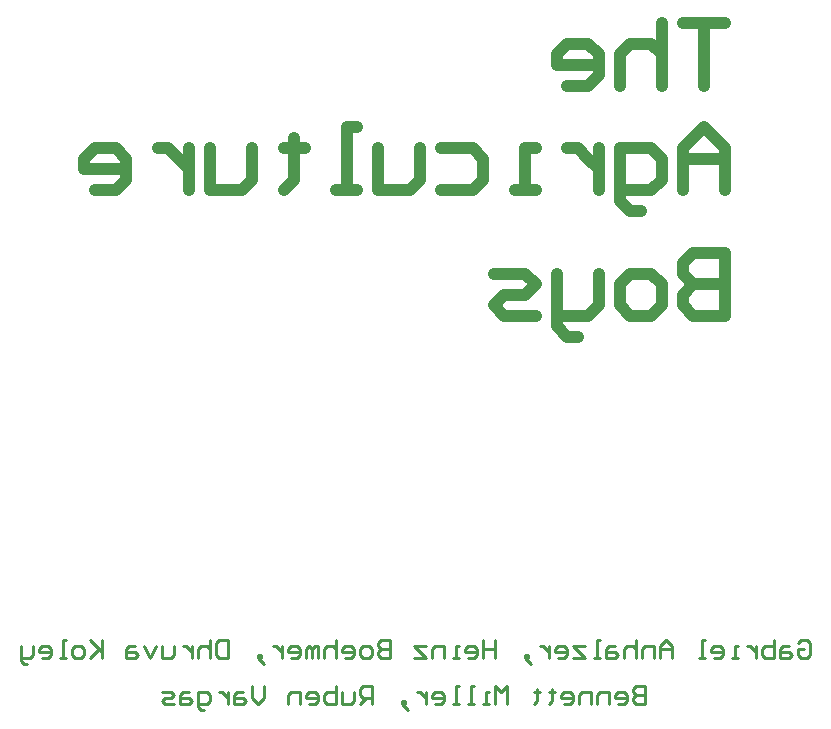
<source format=gbo>
G04*
G04 #@! TF.GenerationSoftware,Altium Limited,Altium Designer,18.1.9 (240)*
G04*
G04 Layer_Color=32896*
%FSLAX24Y24*%
%MOIN*%
G70*
G01*
G75*
%ADD15C,0.0100*%
%ADD50C,0.0400*%
D15*
X27100Y8650D02*
Y8050D01*
X26800D01*
X26700Y8150D01*
Y8250D01*
X26800Y8350D01*
X27100D01*
X26800D01*
X26700Y8450D01*
Y8550D01*
X26800Y8650D01*
X27100D01*
X26200Y8050D02*
X26400D01*
X26500Y8150D01*
Y8350D01*
X26400Y8450D01*
X26200D01*
X26100Y8350D01*
Y8250D01*
X26500D01*
X25900Y8050D02*
Y8450D01*
X25600D01*
X25501Y8350D01*
Y8050D01*
X25301D02*
Y8450D01*
X25001D01*
X24901Y8350D01*
Y8050D01*
X24401D02*
X24601D01*
X24701Y8150D01*
Y8350D01*
X24601Y8450D01*
X24401D01*
X24301Y8350D01*
Y8250D01*
X24701D01*
X24001Y8550D02*
Y8450D01*
X24101D01*
X23901D01*
X24001D01*
Y8150D01*
X23901Y8050D01*
X23501Y8550D02*
Y8450D01*
X23601D01*
X23401D01*
X23501D01*
Y8150D01*
X23401Y8050D01*
X22501D02*
Y8650D01*
X22302Y8450D01*
X22102Y8650D01*
Y8050D01*
X21902D02*
X21702D01*
X21802D01*
Y8450D01*
X21902D01*
X21402Y8050D02*
X21202D01*
X21302D01*
Y8650D01*
X21402D01*
X20902Y8050D02*
X20702D01*
X20802D01*
Y8650D01*
X20902D01*
X20102Y8050D02*
X20302D01*
X20402Y8150D01*
Y8350D01*
X20302Y8450D01*
X20102D01*
X20002Y8350D01*
Y8250D01*
X20402D01*
X19802Y8450D02*
Y8050D01*
Y8250D01*
X19702Y8350D01*
X19602Y8450D01*
X19502D01*
X19103Y7950D02*
X19003Y8050D01*
Y8150D01*
X19103D01*
Y8050D01*
X19003D01*
X19103Y7950D01*
X19203Y7850D01*
X18003Y8050D02*
Y8650D01*
X17703D01*
X17603Y8550D01*
Y8350D01*
X17703Y8250D01*
X18003D01*
X17803D02*
X17603Y8050D01*
X17403Y8450D02*
Y8150D01*
X17303Y8050D01*
X17003D01*
Y8450D01*
X16803Y8650D02*
Y8050D01*
X16503D01*
X16403Y8150D01*
Y8250D01*
Y8350D01*
X16503Y8450D01*
X16803D01*
X15904Y8050D02*
X16104D01*
X16204Y8150D01*
Y8350D01*
X16104Y8450D01*
X15904D01*
X15804Y8350D01*
Y8250D01*
X16204D01*
X15604Y8050D02*
Y8450D01*
X15304D01*
X15204Y8350D01*
Y8050D01*
X14404Y8650D02*
Y8250D01*
X14204Y8050D01*
X14004Y8250D01*
Y8650D01*
X13704Y8450D02*
X13504D01*
X13404Y8350D01*
Y8050D01*
X13704D01*
X13804Y8150D01*
X13704Y8250D01*
X13404D01*
X13204Y8450D02*
Y8050D01*
Y8250D01*
X13105Y8350D01*
X13005Y8450D01*
X12905D01*
X12405Y7850D02*
X12305D01*
X12205Y7950D01*
Y8450D01*
X12505D01*
X12605Y8350D01*
Y8150D01*
X12505Y8050D01*
X12205D01*
X11905Y8450D02*
X11705D01*
X11605Y8350D01*
Y8050D01*
X11905D01*
X12005Y8150D01*
X11905Y8250D01*
X11605D01*
X11405Y8050D02*
X11105D01*
X11005Y8150D01*
X11105Y8250D01*
X11305D01*
X11405Y8350D01*
X11305Y8450D01*
X11005D01*
X32200Y10100D02*
X32300Y10200D01*
X32500D01*
X32600Y10100D01*
Y9700D01*
X32500Y9600D01*
X32300D01*
X32200Y9700D01*
Y9900D01*
X32400D01*
X31900Y10000D02*
X31700D01*
X31600Y9900D01*
Y9600D01*
X31900D01*
X32000Y9700D01*
X31900Y9800D01*
X31600D01*
X31400Y10200D02*
Y9600D01*
X31100D01*
X31001Y9700D01*
Y9800D01*
Y9900D01*
X31100Y10000D01*
X31400D01*
X30801D02*
Y9600D01*
Y9800D01*
X30701Y9900D01*
X30601Y10000D01*
X30501D01*
X30201Y9600D02*
X30001D01*
X30101D01*
Y10000D01*
X30201D01*
X29401Y9600D02*
X29601D01*
X29701Y9700D01*
Y9900D01*
X29601Y10000D01*
X29401D01*
X29301Y9900D01*
Y9800D01*
X29701D01*
X29101Y9600D02*
X28901D01*
X29001D01*
Y10200D01*
X29101D01*
X28001Y9600D02*
Y10000D01*
X27802Y10200D01*
X27602Y10000D01*
Y9600D01*
Y9900D01*
X28001D01*
X27402Y9600D02*
Y10000D01*
X27102D01*
X27002Y9900D01*
Y9600D01*
X26802Y10200D02*
Y9600D01*
Y9900D01*
X26702Y10000D01*
X26502D01*
X26402Y9900D01*
Y9600D01*
X26102Y10000D02*
X25902D01*
X25802Y9900D01*
Y9600D01*
X26102D01*
X26202Y9700D01*
X26102Y9800D01*
X25802D01*
X25602Y9600D02*
X25402D01*
X25502D01*
Y10200D01*
X25602D01*
X25102Y10000D02*
X24703D01*
X25102Y9600D01*
X24703D01*
X24203D02*
X24403D01*
X24503Y9700D01*
Y9900D01*
X24403Y10000D01*
X24203D01*
X24103Y9900D01*
Y9800D01*
X24503D01*
X23903Y10000D02*
Y9600D01*
Y9800D01*
X23803Y9900D01*
X23703Y10000D01*
X23603D01*
X23203Y9500D02*
X23103Y9600D01*
Y9700D01*
X23203D01*
Y9600D01*
X23103D01*
X23203Y9500D01*
X23303Y9400D01*
X22103Y10200D02*
Y9600D01*
Y9900D01*
X21704D01*
Y10200D01*
Y9600D01*
X21204D02*
X21404D01*
X21504Y9700D01*
Y9900D01*
X21404Y10000D01*
X21204D01*
X21104Y9900D01*
Y9800D01*
X21504D01*
X20904Y9600D02*
X20704D01*
X20804D01*
Y10000D01*
X20904D01*
X20404Y9600D02*
Y10000D01*
X20104D01*
X20004Y9900D01*
Y9600D01*
X19804Y10000D02*
X19404D01*
X19804Y9600D01*
X19404D01*
X18605Y10200D02*
Y9600D01*
X18305D01*
X18205Y9700D01*
Y9800D01*
X18305Y9900D01*
X18605D01*
X18305D01*
X18205Y10000D01*
Y10100D01*
X18305Y10200D01*
X18605D01*
X17905Y9600D02*
X17705D01*
X17605Y9700D01*
Y9900D01*
X17705Y10000D01*
X17905D01*
X18005Y9900D01*
Y9700D01*
X17905Y9600D01*
X17105D02*
X17305D01*
X17405Y9700D01*
Y9900D01*
X17305Y10000D01*
X17105D01*
X17005Y9900D01*
Y9800D01*
X17405D01*
X16805Y10200D02*
Y9600D01*
Y9900D01*
X16705Y10000D01*
X16505D01*
X16405Y9900D01*
Y9600D01*
X16205D02*
Y10000D01*
X16105D01*
X16005Y9900D01*
Y9600D01*
Y9900D01*
X15905Y10000D01*
X15805Y9900D01*
Y9600D01*
X15306D02*
X15506D01*
X15605Y9700D01*
Y9900D01*
X15506Y10000D01*
X15306D01*
X15206Y9900D01*
Y9800D01*
X15605D01*
X15006Y10000D02*
Y9600D01*
Y9800D01*
X14906Y9900D01*
X14806Y10000D01*
X14706D01*
X14306Y9500D02*
X14206Y9600D01*
Y9700D01*
X14306D01*
Y9600D01*
X14206D01*
X14306Y9500D01*
X14406Y9400D01*
X13206Y10200D02*
Y9600D01*
X12906D01*
X12806Y9700D01*
Y10100D01*
X12906Y10200D01*
X13206D01*
X12606D02*
Y9600D01*
Y9900D01*
X12507Y10000D01*
X12307D01*
X12207Y9900D01*
Y9600D01*
X12007Y10000D02*
Y9600D01*
Y9800D01*
X11907Y9900D01*
X11807Y10000D01*
X11707D01*
X11407D02*
Y9700D01*
X11307Y9600D01*
X11007D01*
Y10000D01*
X10807D02*
X10607Y9600D01*
X10407Y10000D01*
X10107D02*
X9907D01*
X9807Y9900D01*
Y9600D01*
X10107D01*
X10207Y9700D01*
X10107Y9800D01*
X9807D01*
X9008Y10200D02*
Y9600D01*
Y9800D01*
X8608Y10200D01*
X8908Y9900D01*
X8608Y9600D01*
X8308D02*
X8108D01*
X8008Y9700D01*
Y9900D01*
X8108Y10000D01*
X8308D01*
X8408Y9900D01*
Y9700D01*
X8308Y9600D01*
X7808D02*
X7608D01*
X7708D01*
Y10200D01*
X7808D01*
X7008Y9600D02*
X7208D01*
X7308Y9700D01*
Y9900D01*
X7208Y10000D01*
X7008D01*
X6908Y9900D01*
Y9800D01*
X7308D01*
X6708Y10000D02*
Y9700D01*
X6608Y9600D01*
X6309D01*
Y9500D01*
X6408Y9400D01*
X6508D01*
X6309Y9600D02*
Y10000D01*
D50*
X29750Y30757D02*
X28350D01*
X29050D01*
Y28658D01*
X27651Y30757D02*
Y28658D01*
Y29708D01*
X27301Y30057D01*
X26601D01*
X26251Y29708D01*
Y28658D01*
X24502D02*
X25201D01*
X25551Y29008D01*
Y29708D01*
X25201Y30057D01*
X24502D01*
X24152Y29708D01*
Y29358D01*
X25551D01*
X29750Y25179D02*
Y26578D01*
X29050Y27278D01*
X28350Y26578D01*
Y25179D01*
Y26228D01*
X29750D01*
X26951Y24479D02*
X26601D01*
X26251Y24829D01*
Y26578D01*
X27301D01*
X27651Y26228D01*
Y25529D01*
X27301Y25179D01*
X26251D01*
X25551Y26578D02*
Y25179D01*
Y25879D01*
X25201Y26228D01*
X24852Y26578D01*
X24502D01*
X23452Y25179D02*
X22752D01*
X23102D01*
Y26578D01*
X23452D01*
X20303D02*
X21353D01*
X21703Y26228D01*
Y25529D01*
X21353Y25179D01*
X20303D01*
X19603Y26578D02*
Y25529D01*
X19253Y25179D01*
X18204D01*
Y26578D01*
X17504Y25179D02*
X16804D01*
X17154D01*
Y27278D01*
X17504D01*
X15405Y26928D02*
Y26578D01*
X15755D01*
X15055D01*
X15405D01*
Y25529D01*
X15055Y25179D01*
X14005Y26578D02*
Y25529D01*
X13655Y25179D01*
X12606D01*
Y26578D01*
X11906D02*
Y25179D01*
Y25879D01*
X11556Y26228D01*
X11206Y26578D01*
X10856D01*
X8757Y25179D02*
X9457D01*
X9806Y25529D01*
Y26228D01*
X9457Y26578D01*
X8757D01*
X8407Y26228D01*
Y25879D01*
X9806D01*
X29750Y23099D02*
Y21000D01*
X28700D01*
X28350Y21350D01*
Y21700D01*
X28700Y22049D01*
X29750D01*
X28700D01*
X28350Y22399D01*
Y22749D01*
X28700Y23099D01*
X29750D01*
X27301Y21000D02*
X26601D01*
X26251Y21350D01*
Y22049D01*
X26601Y22399D01*
X27301D01*
X27651Y22049D01*
Y21350D01*
X27301Y21000D01*
X25551Y22399D02*
Y21350D01*
X25201Y21000D01*
X24152D01*
Y20650D01*
X24502Y20300D01*
X24852D01*
X24152Y21000D02*
Y22399D01*
X23452Y21000D02*
X22402D01*
X22052Y21350D01*
X22402Y21700D01*
X23102D01*
X23452Y22049D01*
X23102Y22399D01*
X22052D01*
M02*

</source>
